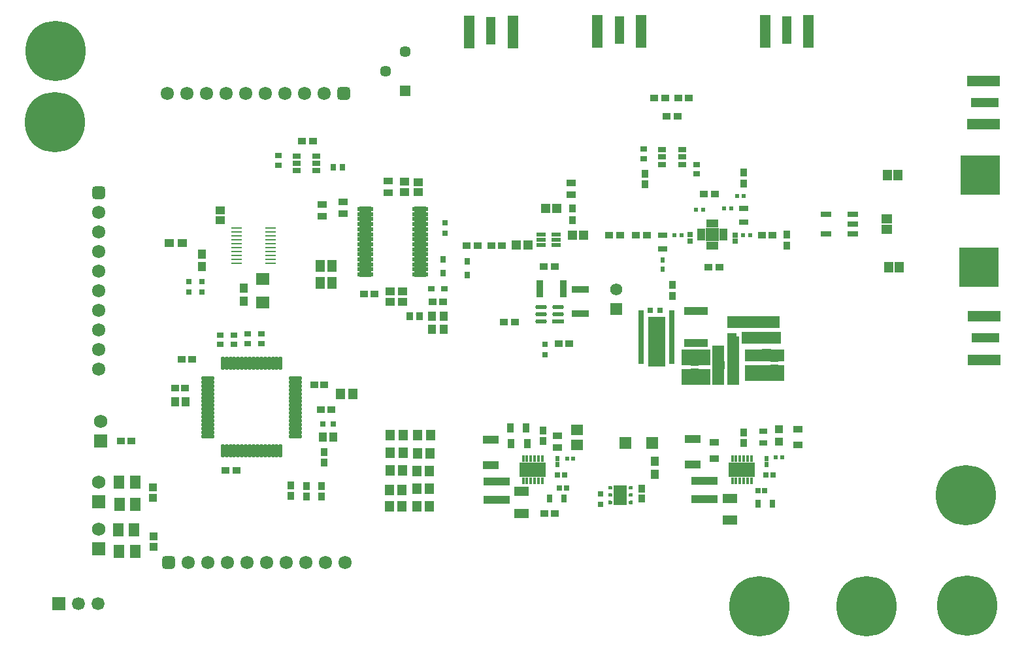
<source format=gts>
G04*
G04 #@! TF.GenerationSoftware,Altium Limited,Altium Designer,23.8.1 (32)*
G04*
G04 Layer_Color=8388736*
%FSLAX25Y25*%
%MOIN*%
G70*
G04*
G04 #@! TF.SameCoordinates,9FE1DFA8-D547-43E1-8EB2-FABD993C7150*
G04*
G04*
G04 #@! TF.FilePolarity,Negative*
G04*
G01*
G75*
%ADD21R,0.15000X0.08000*%
%ADD24R,0.20000X0.08000*%
%ADD25R,0.20000X0.06000*%
%ADD26R,0.27000X0.06000*%
%ADD27R,0.06000X0.25000*%
%ADD29R,0.04724X0.04331*%
%ADD30R,0.03961X0.03773*%
%ADD33R,0.06000X0.20000*%
%ADD34R,0.03773X0.03961*%
%ADD35R,0.04940X0.05733*%
%ADD39R,0.05600X0.01100*%
%ADD40R,0.03543X0.03150*%
%ADD41R,0.04749X0.03765*%
%ADD42R,0.04182X0.04560*%
%ADD43R,0.03197X0.02985*%
%ADD44R,0.05906X0.05906*%
%ADD47R,0.03150X0.03543*%
%ADD48R,0.05926X0.02243*%
G04:AMPARAMS|DCode=49|XSize=59.26mil|YSize=22.43mil|CornerRadius=11.22mil|HoleSize=0mil|Usage=FLASHONLY|Rotation=180.000|XOffset=0mil|YOffset=0mil|HoleType=Round|Shape=RoundedRectangle|*
%AMROUNDEDRECTD49*
21,1,0.05926,0.00000,0,0,180.0*
21,1,0.03683,0.02243,0,0,180.0*
1,1,0.02243,-0.01841,0.00000*
1,1,0.02243,0.01841,0.00000*
1,1,0.02243,0.01841,0.00000*
1,1,0.02243,-0.01841,0.00000*
%
%ADD49ROUNDEDRECTD49*%
%ADD50R,0.02756X0.02756*%
%ADD51R,0.09055X0.03543*%
%ADD52R,0.03543X0.09055*%
%ADD53R,0.20000X0.20000*%
G04:AMPARAMS|DCode=54|XSize=43.31mil|YSize=23.62mil|CornerRadius=2.01mil|HoleSize=0mil|Usage=FLASHONLY|Rotation=0.000|XOffset=0mil|YOffset=0mil|HoleType=Round|Shape=RoundedRectangle|*
%AMROUNDEDRECTD54*
21,1,0.04331,0.01961,0,0,0.0*
21,1,0.03929,0.02362,0,0,0.0*
1,1,0.00402,0.01965,-0.00980*
1,1,0.00402,-0.01965,-0.00980*
1,1,0.00402,-0.01965,0.00980*
1,1,0.00402,0.01965,0.00980*
%
%ADD54ROUNDEDRECTD54*%
%ADD57R,0.12008X0.04488*%
%ADD58R,0.05512X0.02992*%
%ADD59R,0.13386X0.03858*%
%ADD62R,0.03765X0.04749*%
%ADD63R,0.08071X0.04331*%
%ADD65R,0.05938X0.05337*%
%ADD67R,0.02047X0.02047*%
%ADD68R,0.02254X0.02517*%
%ADD69R,0.05157X0.03567*%
%ADD70R,0.03150X0.04134*%
%ADD71R,0.04969X0.03378*%
%ADD72R,0.02402X0.02500*%
%ADD73R,0.02423X0.02254*%
%ADD74R,0.04724X0.03150*%
%ADD78R,0.04545X0.05339*%
%ADD79R,0.03543X0.02953*%
%ADD80R,0.02953X0.03543*%
%ADD81R,0.04453X0.03591*%
%ADD82R,0.03591X0.04453*%
%ADD83R,0.02756X0.02756*%
%ADD85R,0.05315X0.16535*%
%ADD86R,0.05000X0.14173*%
%ADD87R,0.16535X0.05315*%
%ADD88R,0.14173X0.05000*%
%ADD91R,0.05339X0.04545*%
%ADD92R,0.06890X0.09843*%
%ADD93C,0.01595*%
%ADD94R,0.04560X0.03985*%
%ADD95R,0.03773X0.03963*%
%ADD97R,0.04182X0.04469*%
%ADD98R,0.03937X0.02953*%
%ADD99R,0.03985X0.04560*%
%ADD100O,0.08280X0.02572*%
%ADD101R,0.02769X0.02769*%
%ADD102R,0.08832X0.25210*%
%ADD103R,0.02769X0.27178*%
%ADD104R,0.04343X0.03753*%
G04:AMPARAMS|DCode=105|XSize=69.42mil|YSize=19.02mil|CornerRadius=5.38mil|HoleSize=0mil|Usage=FLASHONLY|Rotation=180.000|XOffset=0mil|YOffset=0mil|HoleType=Round|Shape=RoundedRectangle|*
%AMROUNDEDRECTD105*
21,1,0.06942,0.00827,0,0,180.0*
21,1,0.05866,0.01902,0,0,180.0*
1,1,0.01076,-0.02933,0.00413*
1,1,0.01076,0.02933,0.00413*
1,1,0.01076,0.02933,-0.00413*
1,1,0.01076,-0.02933,-0.00413*
%
%ADD105ROUNDEDRECTD105*%
G04:AMPARAMS|DCode=106|XSize=69.42mil|YSize=19.02mil|CornerRadius=5.38mil|HoleSize=0mil|Usage=FLASHONLY|Rotation=90.000|XOffset=0mil|YOffset=0mil|HoleType=Round|Shape=RoundedRectangle|*
%AMROUNDEDRECTD106*
21,1,0.06942,0.00827,0,0,90.0*
21,1,0.05866,0.01902,0,0,90.0*
1,1,0.01076,0.00413,0.02933*
1,1,0.01076,0.00413,-0.02933*
1,1,0.01076,-0.00413,-0.02933*
1,1,0.01076,-0.00413,0.02933*
%
%ADD106ROUNDEDRECTD106*%
%ADD107R,0.06509X0.06509*%
%ADD108R,0.01981X0.04147*%
%ADD109R,0.04147X0.01981*%
%ADD110R,0.07099X0.06312*%
%ADD111R,0.03753X0.04343*%
%ADD112R,0.05721X0.06902*%
%ADD113R,0.04343X0.04147*%
%ADD114R,0.01784X0.03556*%
%ADD115R,0.13792X0.07493*%
%ADD116R,0.07493X0.04540*%
%ADD117R,0.02965X0.02965*%
%ADD118R,0.02847X0.03005*%
%ADD119R,0.04343X0.04737*%
%ADD120R,0.04147X0.04737*%
%ADD121R,0.04540X0.05131*%
%ADD122R,0.04737X0.04147*%
%ADD123R,0.04540X0.02375*%
%ADD124R,0.04737X0.06312*%
%ADD125R,0.06181X0.06181*%
%ADD126C,0.06181*%
%ADD127C,0.05721*%
%ADD128R,0.05721X0.05721*%
%ADD129R,0.06653X0.06653*%
%ADD130C,0.06653*%
%ADD131C,0.06784*%
G04:AMPARAMS|DCode=132|XSize=67.84mil|YSize=67.84mil|CornerRadius=18.96mil|HoleSize=0mil|Usage=FLASHONLY|Rotation=270.000|XOffset=0mil|YOffset=0mil|HoleType=Round|Shape=RoundedRectangle|*
%AMROUNDEDRECTD132*
21,1,0.06784,0.02992,0,0,270.0*
21,1,0.02992,0.06784,0,0,270.0*
1,1,0.03792,-0.01496,-0.01496*
1,1,0.03792,-0.01496,0.01496*
1,1,0.03792,0.01496,0.01496*
1,1,0.03792,0.01496,-0.01496*
%
%ADD132ROUNDEDRECTD132*%
%ADD133R,0.06902X0.06902*%
%ADD134C,0.06902*%
G04:AMPARAMS|DCode=135|XSize=67.84mil|YSize=67.84mil|CornerRadius=18.96mil|HoleSize=0mil|Usage=FLASHONLY|Rotation=0.000|XOffset=0mil|YOffset=0mil|HoleType=Round|Shape=RoundedRectangle|*
%AMROUNDEDRECTD135*
21,1,0.06784,0.02992,0,0,0.0*
21,1,0.02992,0.06784,0,0,0.0*
1,1,0.03792,0.01496,-0.01496*
1,1,0.03792,-0.01496,-0.01496*
1,1,0.03792,-0.01496,0.01496*
1,1,0.03792,0.01496,0.01496*
%
%ADD135ROUNDEDRECTD135*%
%ADD136C,0.30800*%
%ADD137C,0.02769*%
G36*
X502600Y169271D02*
X502849Y169021D01*
X502984Y168696D01*
Y168520D01*
Y168343D01*
X502849Y168018D01*
X502600Y167769D01*
X502275Y167634D01*
X502098D01*
Y167634D01*
X501016D01*
Y169405D01*
X502275D01*
X502600Y169271D01*
D02*
G37*
G36*
Y173011D02*
X502849Y172762D01*
X502984Y172436D01*
Y172260D01*
Y172084D01*
X502849Y171758D01*
X502600Y171509D01*
X502275Y171374D01*
X501016D01*
Y173146D01*
X502275D01*
X502600Y173011D01*
D02*
G37*
G36*
Y176751D02*
X502849Y176502D01*
X502984Y176176D01*
Y176000D01*
Y175824D01*
X502849Y175498D01*
X502600Y175249D01*
X502275Y175114D01*
X501016D01*
Y176886D01*
X502098Y176886D01*
X502275D01*
X502600Y176751D01*
D02*
G37*
G36*
X513221Y167634D02*
X512138Y167634D01*
X511962D01*
X511636Y167769D01*
X511387Y168018D01*
X511252Y168343D01*
Y168520D01*
Y168696D01*
X511387Y169021D01*
X511636Y169271D01*
X511962Y169405D01*
X513221D01*
Y167634D01*
D02*
G37*
G36*
Y171374D02*
X511962D01*
X511636Y171509D01*
X511387Y171758D01*
X511252Y172084D01*
Y172260D01*
Y172436D01*
X511387Y172762D01*
X511636Y173011D01*
X511962Y173146D01*
X513221D01*
Y171374D01*
D02*
G37*
G36*
X512138Y176886D02*
X513221D01*
Y175114D01*
X511962D01*
X511636Y175249D01*
X511387Y175498D01*
X511252Y175824D01*
Y176000D01*
Y176176D01*
X511387Y176502D01*
X511636Y176751D01*
X511962Y176886D01*
X512138D01*
Y176886D01*
D02*
G37*
D21*
X545500Y232500D02*
D03*
Y242500D02*
D03*
D24*
X580500Y234500D02*
D03*
D25*
Y243500D02*
D03*
X579000Y252500D02*
D03*
D26*
X575000Y260500D02*
D03*
D27*
X564500Y241000D02*
D03*
D29*
X581500Y244760D02*
D03*
Y252240D02*
D03*
X574000Y252760D02*
D03*
Y260240D02*
D03*
X564000D02*
D03*
Y252760D02*
D03*
D30*
X481020Y249500D02*
D03*
X475500D02*
D03*
X411240Y271000D02*
D03*
X416760D02*
D03*
X468240Y163000D02*
D03*
X473760D02*
D03*
X555260Y326000D02*
D03*
X549740D02*
D03*
X551980Y288500D02*
D03*
X557500D02*
D03*
X311260Y185000D02*
D03*
X305740D02*
D03*
X252240Y200000D02*
D03*
X257760D02*
D03*
X453260Y260500D02*
D03*
X447740D02*
D03*
X468000Y289000D02*
D03*
X473520D02*
D03*
X579240Y305000D02*
D03*
X584760D02*
D03*
X514980D02*
D03*
X520500D02*
D03*
X524480Y375000D02*
D03*
X530000D02*
D03*
X542020D02*
D03*
X536500D02*
D03*
X501480Y305000D02*
D03*
X507000D02*
D03*
X441240Y299500D02*
D03*
X446760D02*
D03*
X428740D02*
D03*
X434260D02*
D03*
X381760Y275000D02*
D03*
X376240D02*
D03*
X530740Y365500D02*
D03*
X536260D02*
D03*
X350260Y353000D02*
D03*
X344740D02*
D03*
D33*
X557000Y238500D02*
D03*
D34*
X354500Y171480D02*
D03*
Y177000D02*
D03*
X519500Y330740D02*
D03*
Y336260D02*
D03*
X347000Y177000D02*
D03*
Y171480D02*
D03*
X339000Y177260D02*
D03*
Y171740D02*
D03*
X467500Y199740D02*
D03*
Y205260D02*
D03*
X570000Y336760D02*
D03*
Y331240D02*
D03*
X533500Y279500D02*
D03*
Y273980D02*
D03*
X592000Y305020D02*
D03*
Y299500D02*
D03*
X570000Y198740D02*
D03*
Y204260D02*
D03*
D35*
X389249Y166500D02*
D03*
X395751D02*
D03*
X389249Y175000D02*
D03*
X395751D02*
D03*
X389498Y185000D02*
D03*
X396000D02*
D03*
X389749Y194000D02*
D03*
X396251D02*
D03*
X389749Y203000D02*
D03*
X396251D02*
D03*
X409751Y166500D02*
D03*
X403249D02*
D03*
X409751Y175500D02*
D03*
X403249D02*
D03*
X409751Y184500D02*
D03*
X403249D02*
D03*
X410251Y203000D02*
D03*
X403749D02*
D03*
X410000Y193500D02*
D03*
X403498D02*
D03*
X370751Y224000D02*
D03*
X364249D02*
D03*
D39*
X311350Y308358D02*
D03*
Y306390D02*
D03*
Y304421D02*
D03*
Y302453D02*
D03*
Y300484D02*
D03*
Y298516D02*
D03*
Y296547D02*
D03*
Y294579D02*
D03*
Y292610D02*
D03*
Y290642D02*
D03*
X328650D02*
D03*
Y292610D02*
D03*
Y294579D02*
D03*
Y296547D02*
D03*
Y298516D02*
D03*
Y300484D02*
D03*
Y302453D02*
D03*
Y304421D02*
D03*
Y306390D02*
D03*
Y308358D02*
D03*
D40*
X417346Y277500D02*
D03*
X410653D02*
D03*
D41*
X597500Y206000D02*
D03*
Y197929D02*
D03*
X555000Y199035D02*
D03*
Y190965D02*
D03*
D42*
X315000Y277756D02*
D03*
Y271244D02*
D03*
X524654Y182906D02*
D03*
Y189418D02*
D03*
D43*
X324000Y249532D02*
D03*
Y254468D02*
D03*
X310000Y253969D02*
D03*
Y249031D02*
D03*
X317000Y254468D02*
D03*
Y249532D02*
D03*
X303000Y253969D02*
D03*
Y249031D02*
D03*
D44*
X523390Y199000D02*
D03*
X509610D02*
D03*
D47*
X416500Y285653D02*
D03*
Y292347D02*
D03*
X429000Y284653D02*
D03*
Y291347D02*
D03*
D48*
X475333Y260760D02*
D03*
D49*
Y264500D02*
D03*
Y268240D02*
D03*
X466667D02*
D03*
Y264500D02*
D03*
Y260760D02*
D03*
D50*
X468500Y249256D02*
D03*
Y243744D02*
D03*
X293500Y281256D02*
D03*
Y275744D02*
D03*
X417500Y305744D02*
D03*
Y311256D02*
D03*
X287000Y281256D02*
D03*
Y275744D02*
D03*
X497000Y173000D02*
D03*
Y167488D02*
D03*
D51*
X486500Y264898D02*
D03*
Y277102D02*
D03*
D52*
X465898Y277500D02*
D03*
X478102D02*
D03*
D53*
X690500Y335500D02*
D03*
X690000Y288500D02*
D03*
D54*
X341882Y345240D02*
D03*
Y341500D02*
D03*
Y337760D02*
D03*
X352118D02*
D03*
Y341500D02*
D03*
Y345240D02*
D03*
X538500Y348480D02*
D03*
Y344740D02*
D03*
Y341000D02*
D03*
X528264D02*
D03*
Y344740D02*
D03*
Y348480D02*
D03*
D57*
X545500Y266150D02*
D03*
Y249850D02*
D03*
D58*
X625504Y315500D02*
D03*
Y310500D02*
D03*
Y305500D02*
D03*
X612000D02*
D03*
Y315500D02*
D03*
D59*
X444000Y179165D02*
D03*
Y169835D02*
D03*
X550000Y170169D02*
D03*
Y179500D02*
D03*
D62*
X451429Y198500D02*
D03*
X459500D02*
D03*
X450929Y206500D02*
D03*
X459000D02*
D03*
D63*
X441000Y187504D02*
D03*
Y200496D02*
D03*
X544000Y200996D02*
D03*
Y188004D02*
D03*
D65*
X485000Y205490D02*
D03*
Y198000D02*
D03*
D67*
X483000Y191000D02*
D03*
X479850D02*
D03*
X589575Y191500D02*
D03*
X586425D02*
D03*
D68*
X475000Y187720D02*
D03*
Y191000D02*
D03*
X581500Y187720D02*
D03*
Y191000D02*
D03*
D69*
X475000Y196500D02*
D03*
Y202611D02*
D03*
D70*
X478284Y170500D02*
D03*
X471000D02*
D03*
X584500Y168000D02*
D03*
X577216D02*
D03*
D71*
X355000Y320559D02*
D03*
Y314441D02*
D03*
X388500Y332559D02*
D03*
Y326441D02*
D03*
X365500Y322000D02*
D03*
Y315882D02*
D03*
X482000Y331500D02*
D03*
Y325382D02*
D03*
D72*
X528500Y292201D02*
D03*
Y287500D02*
D03*
D73*
X563500Y318500D02*
D03*
X560125D02*
D03*
X549187Y318000D02*
D03*
X545813D02*
D03*
X570000Y325000D02*
D03*
X566625D02*
D03*
X573187Y305000D02*
D03*
X569813D02*
D03*
X538187D02*
D03*
X534813D02*
D03*
D74*
X570000Y318543D02*
D03*
Y311457D02*
D03*
X528500Y305000D02*
D03*
Y297913D02*
D03*
D78*
X643839Y288500D02*
D03*
X649161D02*
D03*
X643178Y335500D02*
D03*
X648500D02*
D03*
D79*
X519000Y348724D02*
D03*
Y344000D02*
D03*
X546000Y340862D02*
D03*
Y336138D02*
D03*
X332500Y345362D02*
D03*
Y340638D02*
D03*
D80*
X360638Y339500D02*
D03*
X365362D02*
D03*
D81*
X279978Y227000D02*
D03*
X285022D02*
D03*
X283478Y241500D02*
D03*
X288522D02*
D03*
X359522Y216000D02*
D03*
X354478D02*
D03*
X356044Y228500D02*
D03*
X351000D02*
D03*
D82*
X356000Y189000D02*
D03*
Y194044D02*
D03*
X518000Y170457D02*
D03*
Y175500D02*
D03*
D83*
X355244Y208500D02*
D03*
X360756D02*
D03*
D85*
X452244Y408500D02*
D03*
X430000D02*
D03*
X517622Y408713D02*
D03*
X495378D02*
D03*
X603122D02*
D03*
X580878D02*
D03*
D86*
X441122Y409287D02*
D03*
X506500Y409500D02*
D03*
X592000D02*
D03*
D87*
X692213Y361378D02*
D03*
Y383622D02*
D03*
X692500Y241256D02*
D03*
Y263500D02*
D03*
D88*
X693000Y372500D02*
D03*
X693287Y252378D02*
D03*
D91*
X643000Y307839D02*
D03*
Y313161D02*
D03*
D92*
X507118Y172260D02*
D03*
D93*
X512321Y176000D02*
D03*
Y172260D02*
D03*
X512236Y168520D02*
D03*
X501916D02*
D03*
Y172260D02*
D03*
X502000Y176000D02*
D03*
D94*
X283500Y301000D02*
D03*
X276988D02*
D03*
D95*
X482500Y318358D02*
D03*
Y312642D02*
D03*
D97*
X588000Y199500D02*
D03*
Y205920D02*
D03*
D98*
X580000Y204906D02*
D03*
Y199000D02*
D03*
D99*
X293500Y295256D02*
D03*
Y288744D02*
D03*
D100*
X404976Y284866D02*
D03*
Y287425D02*
D03*
Y289984D02*
D03*
Y292543D02*
D03*
Y295102D02*
D03*
Y297661D02*
D03*
Y300220D02*
D03*
Y302780D02*
D03*
Y305339D02*
D03*
Y307898D02*
D03*
Y310457D02*
D03*
Y313016D02*
D03*
Y315575D02*
D03*
Y318134D02*
D03*
X377024Y284866D02*
D03*
Y287425D02*
D03*
Y289984D02*
D03*
Y292543D02*
D03*
Y295102D02*
D03*
Y297661D02*
D03*
Y300220D02*
D03*
Y302780D02*
D03*
Y305339D02*
D03*
Y307898D02*
D03*
Y310457D02*
D03*
Y313016D02*
D03*
Y315575D02*
D03*
Y318134D02*
D03*
D101*
X522469Y266583D02*
D03*
X527193D02*
D03*
D102*
X525500Y250638D02*
D03*
D103*
X517744Y253000D02*
D03*
X533256D02*
D03*
D104*
X545000Y235039D02*
D03*
Y239961D02*
D03*
X585500Y241961D02*
D03*
Y237039D02*
D03*
D105*
X341362Y202315D02*
D03*
Y204283D02*
D03*
Y206252D02*
D03*
Y208221D02*
D03*
Y210189D02*
D03*
Y212158D02*
D03*
Y214126D02*
D03*
Y216094D02*
D03*
Y218063D02*
D03*
Y220031D02*
D03*
Y222000D02*
D03*
Y223969D02*
D03*
Y225937D02*
D03*
Y227906D02*
D03*
Y229874D02*
D03*
Y231842D02*
D03*
X296638D02*
D03*
Y229874D02*
D03*
Y227906D02*
D03*
Y225937D02*
D03*
Y223969D02*
D03*
Y222000D02*
D03*
Y220031D02*
D03*
Y218063D02*
D03*
Y216094D02*
D03*
Y214126D02*
D03*
Y212158D02*
D03*
Y210189D02*
D03*
Y208221D02*
D03*
Y206252D02*
D03*
Y204283D02*
D03*
Y202315D02*
D03*
D106*
X304236Y194717D02*
D03*
X306205D02*
D03*
X308173D02*
D03*
X310142D02*
D03*
X312110D02*
D03*
X314079D02*
D03*
X316047D02*
D03*
X318016D02*
D03*
X319984D02*
D03*
X321953D02*
D03*
X323921D02*
D03*
X325890D02*
D03*
X327858D02*
D03*
X329827D02*
D03*
X331795D02*
D03*
X333764D02*
D03*
Y239441D02*
D03*
X331795D02*
D03*
X329827D02*
D03*
X327858D02*
D03*
X325890D02*
D03*
X323921D02*
D03*
X321953D02*
D03*
X319984D02*
D03*
X318016D02*
D03*
X316047D02*
D03*
X314079D02*
D03*
X312110D02*
D03*
X310142D02*
D03*
X308173D02*
D03*
X306205D02*
D03*
X304236D02*
D03*
D107*
X553992Y305291D02*
D03*
D108*
X551984Y311000D02*
D03*
X553992D02*
D03*
X556000D02*
D03*
Y299583D02*
D03*
X553992D02*
D03*
X551984D02*
D03*
D109*
X559701Y307299D02*
D03*
Y305291D02*
D03*
Y303284D02*
D03*
X548283D02*
D03*
Y305291D02*
D03*
Y307299D02*
D03*
D110*
X324500Y282405D02*
D03*
Y270595D02*
D03*
D111*
X558500Y238500D02*
D03*
X563421D02*
D03*
X399579Y263500D02*
D03*
X404500D02*
D03*
D112*
X251465Y179000D02*
D03*
X259535D02*
D03*
X251500Y167500D02*
D03*
X259571D02*
D03*
X251000Y154500D02*
D03*
X259071D02*
D03*
X251465Y143500D02*
D03*
X259535D02*
D03*
D113*
X268500Y170941D02*
D03*
Y176059D02*
D03*
X269000Y145941D02*
D03*
Y151059D02*
D03*
D114*
X457500Y179583D02*
D03*
X459469D02*
D03*
X461437D02*
D03*
X463406D02*
D03*
X465374D02*
D03*
X467343D02*
D03*
X457500Y191000D02*
D03*
X459469D02*
D03*
X461437D02*
D03*
X463406D02*
D03*
X465374D02*
D03*
X467343D02*
D03*
X564157Y179500D02*
D03*
X566126D02*
D03*
X568094D02*
D03*
X570063D02*
D03*
X572031D02*
D03*
X574000D02*
D03*
X564157Y190917D02*
D03*
X566126D02*
D03*
X568094D02*
D03*
X570063D02*
D03*
X572031D02*
D03*
X574000D02*
D03*
D115*
X462421Y185291D02*
D03*
X569079Y185209D02*
D03*
D116*
X456500Y162988D02*
D03*
Y174012D02*
D03*
X563000Y159488D02*
D03*
Y170512D02*
D03*
D117*
X479500Y176000D02*
D03*
X475957D02*
D03*
X478500Y182500D02*
D03*
X474957D02*
D03*
X584898Y182626D02*
D03*
X581354D02*
D03*
X580772Y174500D02*
D03*
X577228D02*
D03*
D118*
X565500Y305000D02*
D03*
Y301929D02*
D03*
X542500Y305035D02*
D03*
Y301965D02*
D03*
D119*
X410850Y263500D02*
D03*
X417150D02*
D03*
X410850Y257000D02*
D03*
X417150D02*
D03*
D120*
X355343Y202000D02*
D03*
X360658D02*
D03*
X279842Y220000D02*
D03*
X285157D02*
D03*
D121*
X482646Y305000D02*
D03*
X488354D02*
D03*
X469000Y318500D02*
D03*
X474709D02*
D03*
X459854Y300000D02*
D03*
X454146D02*
D03*
D122*
X303000Y317657D02*
D03*
Y312343D02*
D03*
X396000Y276157D02*
D03*
Y270843D02*
D03*
X397000Y332157D02*
D03*
Y326842D02*
D03*
X404000Y332000D02*
D03*
Y326685D02*
D03*
X389500Y276157D02*
D03*
Y270843D02*
D03*
D123*
X474437Y305059D02*
D03*
Y302500D02*
D03*
Y299941D02*
D03*
X466563D02*
D03*
Y302500D02*
D03*
Y305059D02*
D03*
D124*
X360150Y280669D02*
D03*
Y289331D02*
D03*
X353850D02*
D03*
Y280669D02*
D03*
D125*
X504949Y267102D02*
D03*
D126*
Y277102D02*
D03*
D127*
X397362Y398500D02*
D03*
X387362Y388500D02*
D03*
D128*
X397362Y378500D02*
D03*
D129*
X220500Y117000D02*
D03*
D130*
X230500D02*
D03*
X240500D02*
D03*
D131*
X240850Y236500D02*
D03*
Y246500D02*
D03*
Y266500D02*
D03*
Y286500D02*
D03*
Y296500D02*
D03*
Y306500D02*
D03*
Y316500D02*
D03*
Y276500D02*
D03*
Y256500D02*
D03*
X366500Y137850D02*
D03*
X356500D02*
D03*
X336500D02*
D03*
X316500D02*
D03*
X306500D02*
D03*
X296500D02*
D03*
X286500D02*
D03*
X326500D02*
D03*
X346500D02*
D03*
X276000Y377150D02*
D03*
X286000D02*
D03*
X306000D02*
D03*
X326000D02*
D03*
X336000D02*
D03*
X346000D02*
D03*
X356000D02*
D03*
X316000D02*
D03*
X296000D02*
D03*
D132*
X240850Y326500D02*
D03*
D133*
X242000Y200000D02*
D03*
X241000Y169000D02*
D03*
Y145000D02*
D03*
D134*
X242000Y210000D02*
D03*
X241000Y179000D02*
D03*
Y155000D02*
D03*
D135*
X276500Y137850D02*
D03*
X366000Y377150D02*
D03*
D136*
X683228Y172228D02*
D03*
X578000Y115500D02*
D03*
X218500Y362500D02*
D03*
X632500Y115500D02*
D03*
X684000Y116000D02*
D03*
X219000Y399000D02*
D03*
D137*
X458484Y183323D02*
D03*
Y187260D02*
D03*
X462421Y183323D02*
D03*
Y187260D02*
D03*
X466358Y183323D02*
D03*
Y187260D02*
D03*
X565142Y183240D02*
D03*
Y187177D02*
D03*
X569079Y183240D02*
D03*
Y187177D02*
D03*
X573016Y183240D02*
D03*
Y187177D02*
D03*
M02*

</source>
